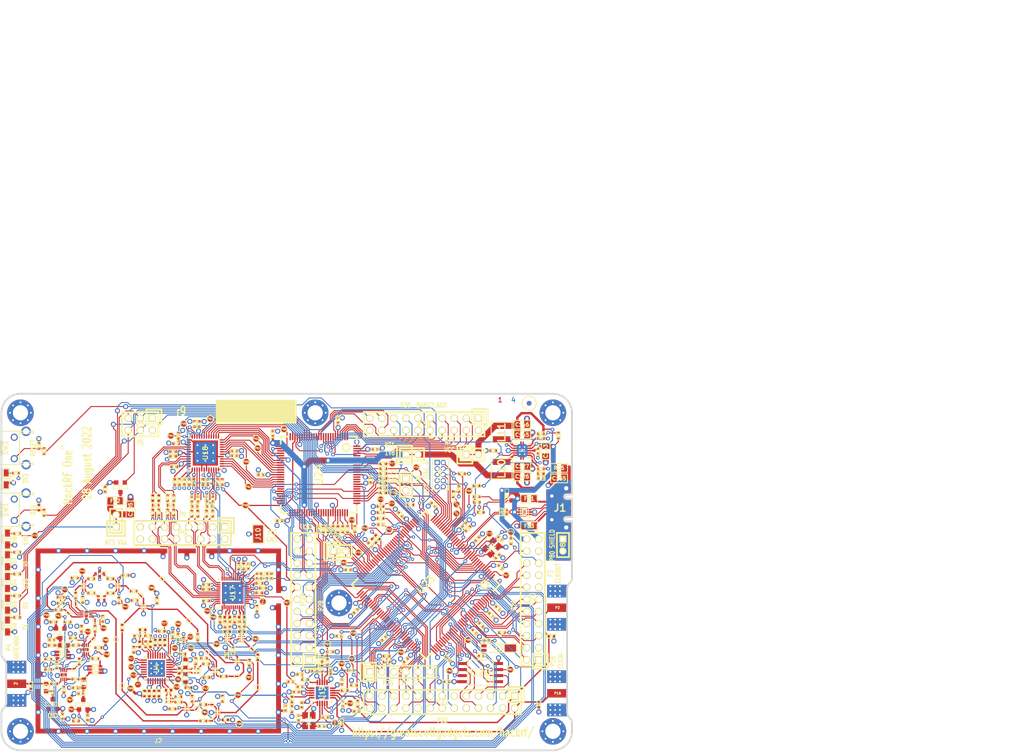
<source format=kicad_pcb>
(kicad_pcb (version 20211014) (generator pcbnew)

  (general
    (thickness 1.6116)
  )

  (paper "USLegal")
  (title_block
    (title "HackRF One")
    (date "2022-08-28")
    (rev "r9")
    (company "Copyright 2012-2022 Great Scott Gadgets")
    (comment 1 "Michael Ossmann")
    (comment 2 "Licensed under the CERN-OHL-P v2")
  )

  (layers
    (0 "F.Cu" signal "C1F")
    (1 "In1.Cu" signal "C2")
    (2 "In2.Cu" signal "C3")
    (31 "B.Cu" signal "C4B")
    (32 "B.Adhes" user "B.Adhesive")
    (33 "F.Adhes" user "F.Adhesive")
    (34 "B.Paste" user)
    (35 "F.Paste" user)
    (36 "B.SilkS" user "B.Silkscreen")
    (37 "F.SilkS" user "F.Silkscreen")
    (38 "B.Mask" user)
    (39 "F.Mask" user)
    (41 "Cmts.User" user "User.Comments")
    (44 "Edge.Cuts" user)
    (45 "Margin" user)
    (46 "B.CrtYd" user "B.Courtyard")
    (47 "F.CrtYd" user "F.Courtyard")
    (49 "F.Fab" user)
  )

  (setup
    (stackup
      (layer "F.SilkS" (type "Top Silk Screen") (color "White"))
      (layer "F.Paste" (type "Top Solder Paste"))
      (layer "F.Mask" (type "Top Solder Mask") (color "Green") (thickness 0.0127) (material "LPI") (epsilon_r 3.8) (loss_tangent 0))
      (layer "F.Cu" (type "copper") (thickness 0.035))
      (layer "dielectric 1" (type "prepreg") (thickness 0.2104) (material "7628") (epsilon_r 4.6) (loss_tangent 0))
      (layer "In1.Cu" (type "copper") (thickness 0.0152))
      (layer "dielectric 2" (type "core") (thickness 1.065) (material "7628") (epsilon_r 4.6) (loss_tangent 0))
      (layer "In2.Cu" (type "copper") (thickness 0.0152))
      (layer "dielectric 3" (type "prepreg") (thickness 0.2104) (material "7628") (epsilon_r 4.6) (loss_tangent 0))
      (layer "B.Cu" (type "copper") (thickness 0.035))
      (layer "B.Mask" (type "Bottom Solder Mask") (color "Green") (thickness 0.0127) (material "LPI") (epsilon_r 3.8) (loss_tangent 0))
      (layer "B.Paste" (type "Bottom Solder Paste"))
      (layer "B.SilkS" (type "Bottom Silk Screen") (color "White"))
      (copper_finish "ENIG")
      (dielectric_constraints yes)
    )
    (pad_to_mask_clearance 0.05)
    (pad_to_paste_clearance_ratio -0.12)
    (pcbplotparams
      (layerselection 0x00010e8_ffffffff)
      (disableapertmacros false)
      (usegerberextensions true)
      (usegerberattributes false)
      (usegerberadvancedattributes true)
      (creategerberjobfile false)
      (svguseinch false)
      (svgprecision 6)
      (excludeedgelayer true)
      (plotframeref false)
      (viasonmask false)
      (mode 1)
      (useauxorigin false)
      (hpglpennumber 1)
      (hpglpenspeed 20)
      (hpglpendiameter 15.000000)
      (dxfpolygonmode true)
      (dxfimperialunits true)
      (dxfusepcbnewfont true)
      (psnegative false)
      (psa4output false)
      (plotreference false)
      (plotvalue false)
      (plotinvisibletext false)
      (sketchpadsonfab false)
      (subtractmaskfromsilk false)
      (outputformat 1)
      (mirror false)
      (drillshape 0)
      (scaleselection 1)
      (outputdirectory "gerbers")
    )
  )

  (net 0 "")
  (net 1 "!MIX_BYPASS")
  (net 2 "!RX_AMP_PWR")
  (net 3 "!TX_AMP_PWR")
  (net 4 "!VAA_ENABLE")
  (net 5 "/baseband/CLK0")
  (net 6 "/baseband/CLK1")
  (net 7 "/baseband/CLK2")
  (net 8 "/baseband/CLK3")
  (net 9 "/baseband/CLK5")
  (net 10 "/baseband/COM")
  (net 11 "/baseband/CPOUT+")
  (net 12 "/baseband/CPOUT-")
  (net 13 "/baseband/IA+")
  (net 14 "/baseband/IA-")
  (net 15 "/baseband/ID+")
  (net 16 "/baseband/ID-")
  (net 17 "/baseband/INTR")
  (net 18 "/baseband/OEB")
  (net 19 "/baseband/QA+")
  (net 20 "/baseband/QA-")
  (net 21 "/baseband/QD+")
  (net 22 "/baseband/QD-")
  (net 23 "/baseband/REFN")
  (net 24 "/baseband/REFP")
  (net 25 "/baseband/RXBBI+")
  (net 26 "/baseband/RXBBI-")
  (net 27 "/baseband/RXBBQ+")
  (net 28 "/baseband/RXBBQ-")
  (net 29 "/baseband/TXBBI+")
  (net 30 "/baseband/TXBBI-")
  (net 31 "/baseband/TXBBQ+")
  (net 32 "/baseband/TXBBQ-")
  (net 33 "/baseband/XA")
  (net 34 "/baseband/XB")
  (net 35 "/baseband/XCVR_CLKOUT")
  (net 36 "/baseband/XTAL2")
  (net 37 "/frontend/!ANT_BIAS")
  (net 38 "/frontend/REF_IN")
  (net 39 "/frontend/RX_AMP_OUT")
  (net 40 "/frontend/TX_AMP_IN")
  (net 41 "/frontend/TX_AMP_OUT")
  (net 42 "/mcu/usb/power/ADC0_0")
  (net 43 "/mcu/usb/power/ADC0_2")
  (net 44 "/mcu/usb/power/ADC0_5")
  (net 45 "/mcu/usb/power/ADC0_6")
  (net 46 "/mcu/usb/power/B1AUX13")
  (net 47 "/mcu/usb/power/B1AUX14")
  (net 48 "/mcu/usb/power/B2AUX1")
  (net 49 "/mcu/usb/power/B2AUX10")
  (net 50 "/mcu/usb/power/B2AUX11")
  (net 51 "/mcu/usb/power/B2AUX12")
  (net 52 "/mcu/usb/power/B2AUX13")
  (net 53 "/mcu/usb/power/B2AUX14")
  (net 54 "/mcu/usb/power/B2AUX15")
  (net 55 "/mcu/usb/power/B2AUX16")
  (net 56 "/mcu/usb/power/B2AUX2")
  (net 57 "/mcu/usb/power/B2AUX3")
  (net 58 "/mcu/usb/power/B2AUX4")
  (net 59 "/mcu/usb/power/B2AUX5")
  (net 60 "/mcu/usb/power/B2AUX6")
  (net 61 "/mcu/usb/power/B2AUX7")
  (net 62 "/mcu/usb/power/B2AUX8")
  (net 63 "/mcu/usb/power/B2AUX9")
  (net 64 "/mcu/usb/power/BANK2F3M1")
  (net 65 "/mcu/usb/power/BANK2F3M10")
  (net 66 "/mcu/usb/power/BANK2F3M11")
  (net 67 "/mcu/usb/power/BANK2F3M12")
  (net 68 "/mcu/usb/power/BANK2F3M14")
  (net 69 "/mcu/usb/power/BANK2F3M15")
  (net 70 "/mcu/usb/power/BANK2F3M16")
  (net 71 "/mcu/usb/power/BANK2F3M2")
  (net 72 "/mcu/usb/power/BANK2F3M3")
  (net 73 "/mcu/usb/power/BANK2F3M4")
  (net 74 "/mcu/usb/power/BANK2F3M5")
  (net 75 "/mcu/usb/power/BANK2F3M6")
  (net 76 "/mcu/usb/power/BANK2F3M7")
  (net 77 "/mcu/usb/power/BANK2F3M8")
  (net 78 "/mcu/usb/power/BANK2F3M9")
  (net 79 "/mcu/usb/power/CPLD_TCK")
  (net 80 "/mcu/usb/power/CPLD_TDI")
  (net 81 "/mcu/usb/power/CPLD_TDO")
  (net 82 "/mcu/usb/power/CPLD_TMS")
  (net 83 "/mcu/usb/power/DBGEN")
  (net 84 "/mcu/usb/power/DM")
  (net 85 "/mcu/usb/power/DP")
  (net 86 "/mcu/usb/power/EN1V8")
  (net 87 "/mcu/usb/power/GCK0")
  (net 88 "/mcu/usb/power/GPIO3_10")
  (net 89 "/mcu/usb/power/GPIO3_11")
  (net 90 "/mcu/usb/power/GPIO3_12")
  (net 91 "/mcu/usb/power/GPIO3_13")
  (net 92 "/mcu/usb/power/GPIO3_14")
  (net 93 "/mcu/usb/power/GPIO3_15")
  (net 94 "/mcu/usb/power/GPIO3_8")
  (net 95 "/mcu/usb/power/GPIO3_9")
  (net 96 "/mcu/usb/power/GP_CLKIN")
  (net 97 "/mcu/usb/power/I2C1_SCL")
  (net 98 "/mcu/usb/power/I2C1_SDA")
  (net 99 "/mcu/usb/power/I2S0_RX_MCLK")
  (net 100 "/mcu/usb/power/I2S0_RX_SCK")
  (net 101 "/mcu/usb/power/I2S0_RX_SDA")
  (net 102 "/mcu/usb/power/I2S0_RX_WS")
  (net 103 "/mcu/usb/power/I2S0_TX_MCLK")
  (net 104 "/mcu/usb/power/I2S0_TX_SCK")
  (net 105 "/mcu/usb/power/ISP")
  (net 106 "/mcu/usb/power/LED1")
  (net 107 "/mcu/usb/power/LED2")
  (net 108 "/mcu/usb/power/LED3")
  (net 109 "/mcu/usb/power/P1_1")
  (net 110 "/mcu/usb/power/P1_2")
  (net 111 "/mcu/usb/power/P2_13")
  (net 112 "/mcu/usb/power/P2_8")
  (net 113 "/mcu/usb/power/P2_9")
  (net 114 "/mcu/usb/power/REG_OUT1")
  (net 115 "/mcu/usb/power/REG_OUT2")
  (net 116 "/mcu/usb/power/RESET")
  (net 117 "/mcu/usb/power/RREF")
  (net 118 "/mcu/usb/power/RTCX1")
  (net 119 "/mcu/usb/power/RTCX2")
  (net 120 "/mcu/usb/power/RTC_ALARM")
  (net 121 "/mcu/usb/power/SD_CD")
  (net 122 "/mcu/usb/power/SD_CLK")
  (net 123 "/mcu/usb/power/SD_CMD")
  (net 124 "/mcu/usb/power/SD_DAT0")
  (net 125 "/mcu/usb/power/SD_DAT1")
  (net 126 "/mcu/usb/power/SD_DAT2")
  (net 127 "/mcu/usb/power/SD_DAT3")
  (net 128 "/mcu/usb/power/SD_POW")
  (net 129 "/mcu/usb/power/SD_VOLT0")
  (net 130 "/mcu/usb/power/SGPIO0")
  (net 131 "/mcu/usb/power/SGPIO1")
  (net 132 "/mcu/usb/power/SGPIO10")
  (net 133 "/mcu/usb/power/SGPIO11")
  (net 134 "/mcu/usb/power/SGPIO12")
  (net 135 "/mcu/usb/power/SGPIO13")
  (net 136 "/mcu/usb/power/SGPIO14")
  (net 137 "/mcu/usb/power/SGPIO15")
  (net 138 "/mcu/usb/power/SGPIO2")
  (net 139 "/mcu/usb/power/SGPIO3")
  (net 140 "/mcu/usb/power/SGPIO4")
  (net 141 "/mcu/usb/power/SGPIO5")
  (net 142 "/mcu/usb/power/SGPIO6")
  (net 143 "/mcu/usb/power/SGPIO7")
  (net 144 "/mcu/usb/power/SGPIO9")
  (net 145 "/mcu/usb/power/SPIFI_CS")
  (net 146 "/mcu/usb/power/SPIFI_CIPO")
  (net 147 "/mcu/usb/power/SPIFI_COPI")
  (net 148 "/mcu/usb/power/SPIFI_SCK")
  (net 149 "/mcu/usb/power/SPIFI_SIO2")
  (net 150 "/mcu/usb/power/SPIFI_SIO3")
  (net 151 "/mcu/usb/power/TCK")
  (net 152 "/mcu/usb/power/TDI")
  (net 153 "/mcu/usb/power/TDO")
  (net 154 "/mcu/usb/power/TMS")
  (net 155 "/mcu/usb/power/U0_RXD")
  (net 156 "/mcu/usb/power/U0_TXD")
  (net 157 "/mcu/usb/power/USB_SHIELD")
  (net 158 "/mcu/usb/power/VBAT")
  (net 159 "/mcu/usb/power/VBUS")
  (net 160 "/mcu/usb/power/VBUSCTRL")
  (net 161 "/mcu/usb/power/VIN")
  (net 162 "/mcu/usb/power/VREGMODE")
  (net 163 "/mcu/usb/power/WAKEUP")
  (net 164 "/mcu/usb/power/XTAL1")
  (net 165 "/mcu/usb/power/XTAL2")
  (net 166 "AMP_BYPASS")
  (net 167 "CLK6")
  (net 168 "CLKIN")
  (net 169 "CLKOUT")
  (net 170 "CS_AD")
  (net 171 "CS_XCVR")
  (net 172 "DA0")
  (net 173 "DA1")
  (net 174 "DA2")
  (net 175 "DA3")
  (net 176 "DA4")
  (net 177 "DA5")
  (net 178 "DA6")
  (net 179 "DA7")
  (net 180 "DD0")
  (net 181 "DD1")
  (net 182 "DD2")
  (net 183 "DD3")
  (net 184 "DD4")
  (net 185 "DD5")
  (net 186 "DD6")
  (net 187 "DD7")
  (net 188 "DD8")
  (net 189 "DD9")
  (net 190 "GCK1")
  (net 191 "GCK2")
  (net 192 "GND")
  (net 193 "HP")
  (net 194 "LP")
  (net 195 "MCU_CLK")
  (net 196 "MIXER_ENX")
  (net 197 "MIXER_RESETX")
  (net 198 "MIXER_SCLK")
  (net 199 "MIXER_SDATA")
  (net 200 "MIX_BYPASS")
  (net 201 "MIX_CLK")
  (net 202 "RSSI")
  (net 203 "RX")
  (net 204 "RXENABLE")
  (net 205 "RX_AMP")
  (net 206 "RX_IF")
  (net 207 "RX_MIX_BP")
  (net 208 "SCL")
  (net 209 "SDA")
  (net 210 "SGPIO_CLK")
  (net 211 "SSP1_CIPO")
  (net 212 "SSP1_COPI")
  (net 213 "SSP1_SCK")
  (net 214 "TXENABLE")
  (net 215 "TX_AMP")
  (net 216 "TX_IF")
  (net 217 "TX_MIX_BP")
  (net 218 "VAA")
  (net 219 "VCC")
  (net 220 "XCVR_EN")
  (net 221 "Net-(C8-Pad2)")
  (net 222 "Net-(C9-Pad2)")
  (net 223 "Net-(C9-Pad1)")
  (net 224 "Net-(C12-Pad1)")
  (net 225 "Net-(C13-Pad1)")
  (net 226 "Net-(C14-Pad2)")
  (net 227 "Net-(C14-Pad1)")
  (net 228 "Net-(C15-Pad2)")
  (net 229 "Net-(C17-Pad2)")
  (net 230 "Net-(C17-Pad1)")
  (net 231 "Net-(C18-Pad2)")
  (net 232 "Net-(C18-Pad1)")
  (net 233 "Net-(C20-Pad2)")
  (net 234 "Net-(C20-Pad1)")
  (net 235 "Net-(C21-Pad2)")
  (net 236 "Net-(C21-Pad1)")
  (net 237 "Net-(C23-Pad2)")
  (net 238 "Net-(C23-Pad1)")
  (net 239 "Net-(C25-Pad1)")
  (net 240 "Net-(C26-Pad2)")
  (net 241 "Net-(C26-Pad1)")
  (net 242 "Net-(C27-Pad2)")
  (net 243 "Net-(C27-Pad1)")
  (net 244 "Net-(C28-Pad2)")
  (net 245 "Net-(C28-Pad1)")
  (net 246 "Net-(C31-Pad2)")
  (net 247 "Net-(C31-Pad1)")
  (net 248 "Net-(C32-Pad2)")
  (net 249 "Net-(C32-Pad1)")
  (net 250 "Net-(C43-Pad2)")
  (net 251 "Net-(C43-Pad1)")
  (net 252 "Net-(C44-Pad2)")
  (net 253 "Net-(C44-Pad1)")
  (net 254 "Net-(C46-Pad2)")
  (net 255 "Net-(C46-Pad1)")
  (net 256 "Net-(C48-Pad1)")
  (net 257 "Net-(C49-Pad2)")
  (net 258 "Net-(C50-Pad1)")
  (net 259 "Net-(C51-Pad2)")
  (net 260 "Net-(C51-Pad1)")
  (net 261 "Net-(C163-Pad2)")
  (net 262 "Net-(C58-Pad2)")
  (net 263 "Net-(C59-Pad2)")
  (net 264 "Net-(C61-Pad2)")
  (net 265 "Net-(C61-Pad1)")
  (net 266 "Net-(C62-Pad2)")
  (net 267 "Net-(C64-Pad2)")
  (net 268 "Net-(C64-Pad1)")
  (net 269 "Net-(C99-Pad2)")
  (net 270 "Net-(C99-Pad1)")
  (net 271 "Net-(C102-Pad2)")
  (net 272 "Net-(C102-Pad1)")
  (net 273 "Net-(C104-Pad2)")
  (net 274 "Net-(C104-Pad1)")
  (net 275 "Net-(C105-Pad1)")
  (net 276 "Net-(C106-Pad1)")
  (net 277 "Net-(C111-Pad2)")
  (net 278 "Net-(C111-Pad1)")
  (net 279 "Net-(C114-Pad2)")
  (net 280 "Net-(C114-Pad1)")
  (net 281 "Net-(C125-Pad2)")
  (net 282 "Net-(C160-Pad1)")
  (net 283 "Net-(D2-Pad2)")
  (net 284 "Net-(D4-Pad2)")
  (net 285 "Net-(D5-Pad2)")
  (net 286 "Net-(D6-Pad2)")
  (net 287 "Net-(D7-Pad2)")
  (net 288 "Net-(D8-Pad2)")
  (net 289 "Net-(FB1-Pad1)")
  (net 290 "Net-(FB2-Pad1)")
  (net 291 "Net-(FB3-Pad1)")
  (net 292 "Net-(J1-Pad4)")
  (net 293 "Net-(J1-Pad3)")
  (net 294 "Net-(J1-Pad2)")
  (net 295 "Net-(L1-Pad2)")
  (net 296 "Net-(L1-Pad1)")
  (net 297 "Net-(L2-Pad1)")
  (net 298 "Net-(L3-Pad1)")
  (net 299 "Net-(L10-Pad1)")
  (net 300 "Net-(L11-Pad2)")
  (net 301 "Net-(D10-Pad1)")
  (net 302 "Net-(P6-Pad1)")
  (net 303 "Net-(P7-Pad1)")
  (net 304 "Net-(P17-Pad1)")
  (net 305 "Net-(P19-Pad1)")
  (net 306 "Net-(P24-Pad1)")
  (net 307 "Net-(R4-Pad2)")
  (net 308 "Net-(R30-Pad2)")
  (net 309 "Net-(R19-Pad2)")
  (net 310 "Net-(R51-Pad1)")
  (net 311 "Net-(R52-Pad2)")
  (net 312 "Net-(R55-Pad2)")
  (net 313 "Net-(R62-Pad1)")
  (net 314 "/frontend/RX_AMP_IN")
  (net 315 "+1V8")
  (net 316 "unconnected-(P25-Pad3)")
  (net 317 "unconnected-(P26-Pad7)")
  (net 318 "unconnected-(U4-Pad1)")
  (net 319 "unconnected-(U4-Pad2)")
  (net 320 "unconnected-(U4-Pad3)")
  (net 321 "unconnected-(U4-Pad11)")
  (net 322 "unconnected-(U4-Pad13)")
  (net 323 "unconnected-(U4-Pad14)")
  (net 324 "unconnected-(U4-Pad17)")
  (net 325 "unconnected-(U4-Pad18)")
  (net 326 "unconnected-(U4-Pad20)")
  (net 327 "unconnected-(U4-Pad21)")
  (net 328 "unconnected-(U9-Pad2)")
  (net 329 "unconnected-(U12-Pad2)")
  (net 330 "unconnected-(U14-Pad2)")
  (net 331 "unconnected-(U15-Pad4)")
  (net 332 "unconnected-(U15-Pad6)")
  (net 333 "unconnected-(U17-Pad3)")
  (net 334 "unconnected-(U17-Pad6)")
  (net 335 "unconnected-(U17-Pad8)")
  (net 336 "unconnected-(U17-Pad9)")
  (net 337 "unconnected-(U17-Pad12)")
  (net 338 "unconnected-(U17-Pad14)")
  (net 339 "unconnected-(U17-Pad18)")
  (net 340 "unconnected-(U17-Pad33)")
  (net 341 "unconnected-(U17-Pad34)")
  (net 342 "unconnected-(U17-Pad40)")
  (net 343 "unconnected-(U18-Pad38)")
  (net 344 "unconnected-(U23-Pad85)")
  (net 345 "unconnected-(U23-Pad89)")
  (net 346 "unconnected-(U23-Pad90)")
  (net 347 "unconnected-(U24-Pad14)")
  (net 348 "unconnected-(U24-Pad15)")
  (net 349 "unconnected-(U24-Pad16)")
  (net 350 "unconnected-(U24-Pad20)")
  (net 351 "unconnected-(U24-Pad25)")
  (net 352 "unconnected-(U24-Pad44)")
  (net 353 "unconnected-(U24-Pad46)")
  (net 354 "unconnected-(U24-Pad49)")
  (net 355 "unconnected-(U24-Pad50)")
  (net 356 "unconnected-(U24-Pad52)")
  (net 357 "unconnected-(U24-Pad53)")
  (net 358 "unconnected-(U24-Pad54)")
  (net 359 "unconnected-(U24-Pad58)")
  (net 360 "unconnected-(U24-Pad59)")
  (net 361 "unconnected-(U24-Pad60)")
  (net 362 "unconnected-(U24-Pad63)")
  (net 363 "unconnected-(U24-Pad65)")
  (net 364 "unconnected-(U24-Pad66)")
  (net 365 "unconnected-(U24-Pad68)")
  (net 366 "unconnected-(U24-Pad73)")
  (net 367 "unconnected-(U24-Pad75)")
  (net 368 "unconnected-(U24-Pad80)")
  (net 369 "unconnected-(U24-Pad82)")
  (net 370 "unconnected-(U24-Pad85)")
  (net 371 "unconnected-(U24-Pad86)")
  (net 372 "unconnected-(U24-Pad87)")
  (net 373 "unconnected-(U24-Pad93)")
  (net 374 "unconnected-(U24-Pad95)")
  (net 375 "unconnected-(U24-Pad96)")
  (net 376 "Net-(D10-Pad2)")

  (footprint "gsg-modules:LTST-S220" (layer "F.Cu") (at 61.27 148.838 -90))

  (footprint "gsg-modules:LTST-S220" (layer "F.Cu") (at 61.27 139.694 -90))

  (footprint "gsg-modules:LTST-S220" (layer "F.Cu") (at 61.27 130.55 -90))

  (footprint "gsg-modules:LTST-S220" (layer "F.Cu") (at 61.27 144.266 -90))

  (footprint "gsg-modules:LTST-S220" (layer "F.Cu") (at 61.27 135.122 -90))

  (footprint "GSG-TESTPOINT-30MIL-MASKONLY" (layer "F.Cu") (at 89.31402 142.49908))

  (footprint "GSG-TESTPOINT-30MIL-MASKONLY" (layer "F.Cu") (at 84.1046 151.6574))

  (footprint "GSG-TESTPOINT-30MIL-MASKONLY" (layer "F.Cu") (at 75.57516 144.21358))

  (footprint "GSG-TESTPOINT-30MIL-MASKONLY" (layer "F.Cu") (at 74.0537 146.1516))

  (footprint "GSG-TESTPOINT-30MIL-MASKONLY" (layer "F.Cu") (at 93.782 138.932))

  (footprint "GSG-TESTPOINT-30MIL-MASKONLY" (layer "F.Cu") (at 85.4 161.3602))

  (footprint "GSG-TESTPOINT-30MIL-MASKONLY" (layer "F.Cu") (at 75.33894 157.8483))

  (footprint "GSG-TESTPOINT-30MIL-MASKONLY" (layer "F.Cu") (at 79.28 151.506))

  (footprint "GSG-TESTPOINT-30MIL-MASKONLY" (layer "F.Cu") (at 113.919 161.74974))

  (footprint "GSG-TESTPOINT-30MIL-MASKONLY" (layer "F.Cu") (at 104.11206 168.79824))

  (footprint "GSG-TESTPOINT-30MIL-MASKONLY" (layer "F.Cu") (at 104.25176 165.37432))

  (footprint "GSG-TESTPOINT-30MIL-MASKONLY" (layer "F.Cu") (at 101.0158 166.26332))

  (footprint "GSG-TESTPOINT-30MIL-MASKONLY" (layer "F.Cu") (at 79.6671 147.71116))

  (footprint "GSG-TESTPOINT-30MIL-MASKONLY" (layer "F.Cu") (at 109.47654 159.42564))

  (footprint "GSG-TESTPOINT-30MIL-MASKONLY" (layer "F.Cu") (at 99.36226 147.6883))

  (footprint "GSG-TESTPOINT-30MIL-MASKONLY" (layer "F.Cu") (at 103.23068 154.2796))

  (footprint "GSG-TESTPOINT-30MIL-MASKONLY" (layer "F.Cu") (at 112.71504 153.71064))

  (footprint "gsg-modules:LTST-S220" (layer "F.Cu") (at 61 117.9 -90))

  (footprint "GSG-MARK1MM" (layer "F.Cu") (at 171 102))

  (footprint "hackrf:GSG-0402" (layer "F.Cu") (at 91.0964 163.0468 -90))

  (footprint "hackrf:GSG-0402" (layer "F.Cu") (at 90.0804 163.0468 -90))

  (footprint "hackrf:GSG-0402" (layer "F.Cu") (at 93.1284 163.0468 -90))

  (footprint "hackrf:GSG-0402" (layer "F.Cu") (at 92.1124 163.0468 -90))

  (footprint "hackrf:GSG-0402" (layer "F.Cu") (at 92.341 152.328 90))

  (footprint "hackrf:GSG-0402" (layer "F.Cu") (at 93.357 152.328 90))

  (footprint "hackrf:GSG-0402" (layer "F.Cu") (at 107.084 168.5762 180))

  (footprint "hackrf:GSG-0402" (layer "F.Cu") (at 113.919 155.448 -90))

  (footprint "hackrf:GSG-0402" (layer "F.Cu") (at 85.4 149.1682 90))

  (footprint "hackrf:GSG-0402" (layer "F.Cu") (at 87.9808 143.4816))

  (footprint "hackrf:GSG-0402" (layer "F.Cu") (at 84.7138 143.4622 90))

  (footprint "hackrf:GSG-0402" (layer "F.Cu") (at 87.7944 153.8266 -90))

  (footprint "hackrf:GSG-0402" (layer "F.Cu") (at 88.5564 150.9056 180))

  (footprint "hackrf:GSG-0402" (layer "F.Cu") (at 90.3344 152.6836 90))

  (footprint "hackrf:GSG-0402" (layer "F.Cu") (at 90.8424 150.9056))

  (footprint "hackrf:GSG-0402" (layer "F.Cu") (at 106.4998 164.1566 90))

  (footprint "hackrf:GSG-0402" (layer "F.Cu") (at 82.9358 141.9382))

  (footprint "hackrf:GSG-0402" (layer "F.Cu") (at 78.8718 141.9382))

  (footprint "hackrf:GSG-0402" (layer "F.Cu") (at 77.0938 143.3352 90))

  (footprint "hackrf:GSG-0402" (layer "F.Cu") (at 87.8078 141.5288))

  (footprint "hackrf:GSG-0402" (layer "F.Cu") (at 102.4382 165.3794 180))

  (footprint "hackrf:GSG-0402" (layer "F.Cu") (at 95.9732 166.2726))

  (footprint "hackrf:GSG-0402" (layer "F.Cu") (at 101.2698 151.1808 90))

  (footprint "hackrf:GSG-0402" (layer "F.Cu") (at 92.6798 143.4816 -90))

  (footprint "hackrf:GSG-0402" (layer "F.Cu") (at 97.1924 163.7326))

  (footprint "hackrf:GSG-0402" (layer "F.Cu") (at 78.8718 138.8902 180))

  (footprint "hackrf:GSG-0402" (layer "F.Cu") (at 82.9358 138.8902))

  (footprint "hackrf:GSG-0402" (layer "F.Cu") (at 97.1924 164.8756))

  (footprint "hackrf:GSG-0402" (layer "F.Cu") (at 75.4174 138.7124 180))

  (footprint "hackrf:GSG-0402" (layer "F.Cu") (at 86.1 138.2))

  (footprint "hackrf:GSG-0402" (layer "F.Cu") (at 75.5952 142.4462 90))

  (footprint "hackrf:GSG-0402" (layer "F.Cu") (at 102.4382 168.8084 180))

  (footprint "hackrf:GSG-0402" (layer "F.Cu") (at 100.1134 164.139 90))

  (footprint "hackrf:GSG-0402" (layer "F.Cu") (at 98.31 151.9216 90))

  (footprint "hackrf:GSG-0402" (layer "F.Cu") (at 97.167 151.1596 90))

  (footprint "hackrf:GSG-0402" (layer "F.Cu") (at 96.024 150.7786 90))

  (footprint "hackrf:GSG-0402" (layer "F.Cu") (at 93.738 149.915 180))

  (footprint "hackrf:GSG-0402" (layer "F.Cu") (at 72.4456 142.8272))

  (footprint "hackrf:GSG-0402" (layer "F.Cu") (at 81.3054 147.3454 90))

  (footprint "hackrf:GSG-0402" (layer "F.Cu") (at 72.4456 144.0718))

  (footprint "hackrf:GSG-0402" (layer "F.Cu") (at 99.326 161.8276))

  (footprint "hackrf:GSG-0402" (layer "F.Cu") (at 98.056 154.7156 180))

  (footprint "hackrf:GSG-0402" (layer "F.Cu") (at 72.009 145.415 180))

  (footprint "hackrf:GSG-0402" (layer "F.Cu") (at 79.6798 149.4282 90))

  (footprint "hackrf:GSG-0402" (layer "F.Cu") (at 102.5906 155.6512))

  (footprint "hackrf:GSG-0402" (layer "F.Cu") (at 103.0478 156.7942 180))

  (footprint "hackrf:GSG-0402" (layer "F.Cu") (at 112.1664 156.5656 90))

  (footprint "hackrf:GSG-0402" (layer "F.Cu") (at 108.7374 154.0002 90))

  (footprint "hackrf:GSG-0402" (layer "F.Cu") (at 100.85 156.2396 -90))

  (footprint "hackrf:GSG-0402" (layer "F.Cu") (at 75.678 152.92))

  (footprint "hackrf:GSG-0402" (layer "F.Cu") (at 106.7414 159.434 180))

  (footprint "hackrf:GSG-0402" (layer "F.Cu") (at 70.598 152.92 180))

  (footprint "hackrf:GSG-0402" (layer "F.Cu") (at 70.9474 147.9998 180))

  (footprint "hackrf:GSG-0402" (layer "F.Cu") (at 103.124 159.6644 180))

  (footprint "hackrf:GSG-0402" (layer "F.Cu") (at 80.377 153.428))

  (footprint "hackrf:GSG-0402" (layer "F.Cu") (at 107.3912 154.8638 90))

  (footprint "hackrf:GSG-0402" (layer "F.Cu") (at 76.835 149.4282 90))

  (footprint "hackrf:GSG-0402" (layer "F.Cu") (at 71.614 157.111 90))

  (footprint "hackrf:GSG-0402" (layer "F.Cu") (at 79.742 155.714))

  (footprint "hackrf:GSG-0402" (layer "F.Cu") (at 75.043 151.396))

  (footprint "hackrf:GSG-0402" (layer "F.Cu") (at 76.3638 156.3236 90))

  (footprint "hackrf:GSG-0402" (layer "F.Cu") (at 75.551 160.032))

  (footprint "hackrf:GSG-0402" (layer "F.Cu") (at 73.0872 162.2418 -90))

  (footprint "hackrf:GSG-0402" (layer "F.Cu") (at 71.1 161 180))

  (footprint "hackrf:GSG-0402" (layer "F.Cu") (at 69.836 158))

  (footprint "hackrf:GSG-0402" (layer "F.Cu") (at 69.836 155.841))

  (footprint "hackrf:GSG-0402" (layer "F.Cu") (at 121.0802 164.2964 -90))

  (footprint "hackrf:GSG-0402" (layer "F.Cu") (at 127.4624 155.7214 90))

  (footprint "hackrf:GSG-0402" (layer "F.Cu") (at 129.088 154.2736))

  (footprint "hackrf:GSG-0402" (layer "F.Cu") (at 121.0802 166.3284 -90))

  (footprint "hackrf:GSG-0402" (layer "F.Cu") (at 100.4824 118.5578 -90))

  (footprint "hackrf:GSG-0402" (layer "F.Cu") (at 99.4664 118.5578 -90))

  (footprint "hackrf:GSG-0402" (layer "F.Cu") (at 103.4034 118.5578 -90))

  (footprint "hackrf:GSG-0402" (layer "F.Cu") (at 102.3874 118.5578 -90))

  (footprint "hackrf:GSG-0402" (layer "F.Cu") (at 105.4354 118.5578 -90))

  (footprint "hackrf:GSG-0402" (layer "F.Cu") (at 106.4514 118.5578 -90))

  (footprint "hackrf:GSG-0402" (layer "F.Cu") (at 101.6254 106.3658 90))

  (footprint "hackrf:GSG-0402" (layer "F.Cu") (at 100.6094 106.3658 90))

  (footprint "hackrf:GSG-0402" (layer "F.Cu") (at 96.7359 110.4933 180))

  (footprint "hackrf:GSG-0402" (layer "F.Cu") (at 97.2439 108.8423 90))

  (footprint "hackrf:GSG-0402" (layer "F.Cu")
    (tedit 4FB6CFE4) (tstamp 00000000-0000-0000-0000-00005787e283)
    (at 96.1009 113.1603 180)
    (property "Description" "CAP CER 0.1UF 10V 10% X5R 0402")
    (property "Manufacturer" "Murata")
    (property "Part Number" "GRM155R61A104KA01D")
    (property "Sheetfile" "baseband.kicad_sch")
    (property "Sheetname" "baseband")
    (path "/00000000-0000-0000-0000-000050370666/00000000-0000-0000-0000-0000503c49fa")
    (solder_mask_margin 0.1016)
    (attr through_hole)
    (fp_text reference "C81" (at 0 0.0508 180) (layer "F.SilkS")
      (effects (font (size 0.4064 0.4064) (thickness 0.1016)))
      (tstamp 014e208b-7a4f-46a8-a4ca-c11530962f28)
    )
    (fp_text value "100nF" (at 0 0.0508 180) (layer "F.SilkS") hide
      (effects (font (size 0.4064 0.4064) (thickness 0.1016)))
      (tstamp 2f8d09bf-f2db-4798-a12b-68c64af87a1f)
    )
    (fp_line (start 0.889 -0.381) (end 0.889 0.381) (layer "F.SilkS") (width 0.2032) (tstamp 695ed798-9020-4894-9a6b-e1e7051ac272))
    (fp_line (start -0.889 -0.381) (end 0.889 -0.381) (layer "F.SilkS") (width 0.2032) (tstamp 8f2bf1a2-877c-4284-93b5-a9d5010d6d63))
    (fp_line (start 0.889 0.381) (end -0.889 0.381) (layer "F.SilkS") (width 0.2032) (tstamp ac53fc72-bced-4647-8367-c4f3aa45a503))
    (fp_line (start -0.889 0.381) (end -0.889 -0.381) (layer "F.SilkS") (width 0.2032) (tstamp f4e9f9d7-21ae-491b-8873-d549b4278160))
    (pad "1" smd rect locked (at -0.5334 0 180) (size 0.508 0.5588) (layers "F.Cu" "F.Paste" "F.Mask")
      (net 218 "VAA") (pintype "passive") (die_length -1518.485687) (solder_mask
... [4433513 chars truncated]
</source>
